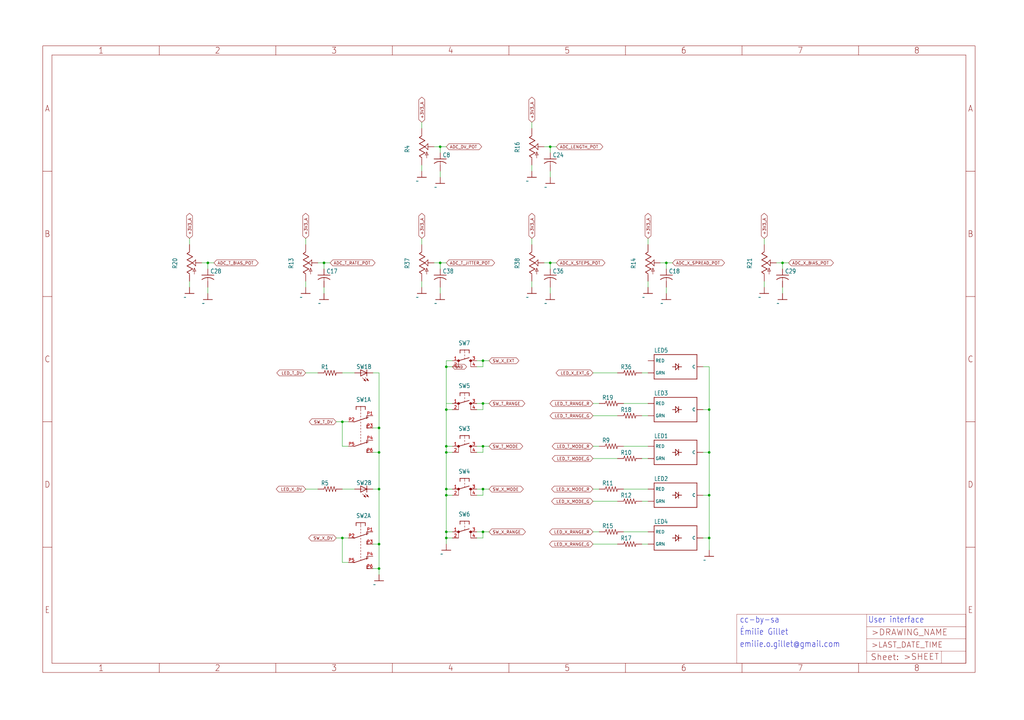
<source format=kicad_sch>
(kicad_sch (version 20211123) (generator eeschema)
  (paper "User" 425.45 299.161)
  (lib_symbols
    (symbol "marbles-eagle-import:A3L-LOC"
      (symbol "A3L-LOC_1_0"
        (polyline (pts (xy 0 52.07) (xy 3.81 52.07)))
        (polyline (pts (xy 0 104.14) (xy 3.81 104.14)))
        (polyline (pts (xy 0 156.21) (xy 3.81 156.21)))
        (polyline (pts (xy 0 208.28) (xy 3.81 208.28)))
        (polyline (pts (xy 3.81 3.81) (xy 3.81 256.54)))
        (polyline (pts (xy 48.4188 0) (xy 48.4188 3.81)))
        (polyline (pts (xy 48.4188 256.54) (xy 48.4188 260.35)))
        (polyline (pts (xy 96.8375 0) (xy 96.8375 3.81)))
        (polyline (pts (xy 96.8375 256.54) (xy 96.8375 260.35)))
        (polyline (pts (xy 145.2563 0) (xy 145.2563 3.81)))
        (polyline (pts (xy 145.2563 256.54) (xy 145.2563 260.35)))
        (polyline (pts (xy 193.675 0) (xy 193.675 3.81)))
        (polyline (pts (xy 193.675 256.54) (xy 193.675 260.35)))
        (polyline (pts (xy 242.0938 0) (xy 242.0938 3.81)))
        (polyline (pts (xy 242.0938 256.54) (xy 242.0938 260.35)))
        (polyline (pts (xy 288.29 3.81) (xy 288.29 24.13)) (stroke (width 0.1016)))
        (polyline (pts (xy 288.29 3.81) (xy 342.265 3.81)) (stroke (width 0.1016)))
        (polyline (pts (xy 288.29 24.13) (xy 342.265 24.13)) (stroke (width 0.1016)))
        (polyline (pts (xy 290.5125 0) (xy 290.5125 3.81)))
        (polyline (pts (xy 290.5125 256.54) (xy 290.5125 260.35)))
        (polyline (pts (xy 338.9313 0) (xy 338.9313 3.81)))
        (polyline (pts (xy 338.9313 256.54) (xy 338.9313 260.35)))
        (polyline (pts (xy 342.265 3.81) (xy 373.38 3.81)) (stroke (width 0.1016)))
        (polyline (pts (xy 342.265 8.89) (xy 342.265 3.81)) (stroke (width 0.1016)))
        (polyline (pts (xy 342.265 8.89) (xy 342.265 13.97)) (stroke (width 0.1016)))
        (polyline (pts (xy 342.265 13.97) (xy 342.265 19.05)) (stroke (width 0.1016)))
        (polyline (pts (xy 342.265 13.97) (xy 383.54 13.97)) (stroke (width 0.1016)))
        (polyline (pts (xy 342.265 19.05) (xy 342.265 24.13)) (stroke (width 0.1016)))
        (polyline (pts (xy 342.265 19.05) (xy 383.54 19.05)) (stroke (width 0.1016)))
        (polyline (pts (xy 342.265 24.13) (xy 383.54 24.13)) (stroke (width 0.1016)))
        (polyline (pts (xy 373.38 3.81) (xy 373.38 8.89)) (stroke (width 0.1016)))
        (polyline (pts (xy 373.38 3.81) (xy 383.54 3.81)) (stroke (width 0.1016)))
        (polyline (pts (xy 373.38 8.89) (xy 342.265 8.89)) (stroke (width 0.1016)))
        (polyline (pts (xy 373.38 8.89) (xy 383.54 8.89)) (stroke (width 0.1016)))
        (polyline (pts (xy 383.54 3.81) (xy 3.81 3.81)))
        (polyline (pts (xy 383.54 3.81) (xy 383.54 8.89)) (stroke (width 0.1016)))
        (polyline (pts (xy 383.54 3.81) (xy 383.54 256.54)))
        (polyline (pts (xy 383.54 8.89) (xy 383.54 13.97)) (stroke (width 0.1016)))
        (polyline (pts (xy 383.54 13.97) (xy 383.54 19.05)) (stroke (width 0.1016)))
        (polyline (pts (xy 383.54 19.05) (xy 383.54 24.13)) (stroke (width 0.1016)))
        (polyline (pts (xy 383.54 52.07) (xy 387.35 52.07)))
        (polyline (pts (xy 383.54 104.14) (xy 387.35 104.14)))
        (polyline (pts (xy 383.54 156.21) (xy 387.35 156.21)))
        (polyline (pts (xy 383.54 208.28) (xy 387.35 208.28)))
        (polyline (pts (xy 383.54 256.54) (xy 3.81 256.54)))
        (polyline (pts (xy 0 0) (xy 387.35 0) (xy 387.35 260.35) (xy 0 260.35) (xy 0 0)))
        (text "1" (at 24.2094 1.905 0) (effects (font (size 2.54 2.286))))
        (text "1" (at 24.2094 258.445 0) (effects (font (size 2.54 2.286))))
        (text "2" (at 72.6281 1.905 0) (effects (font (size 2.54 2.286))))
        (text "2" (at 72.6281 258.445 0) (effects (font (size 2.54 2.286))))
        (text "3" (at 121.0469 1.905 0) (effects (font (size 2.54 2.286))))
        (text "3" (at 121.0469 258.445 0) (effects (font (size 2.54 2.286))))
        (text "4" (at 169.4656 1.905 0) (effects (font (size 2.54 2.286))))
        (text "4" (at 169.4656 258.445 0) (effects (font (size 2.54 2.286))))
        (text "5" (at 217.8844 1.905 0) (effects (font (size 2.54 2.286))))
        (text "5" (at 217.8844 258.445 0) (effects (font (size 2.54 2.286))))
        (text "6" (at 266.3031 1.905 0) (effects (font (size 2.54 2.286))))
        (text "6" (at 266.3031 258.445 0) (effects (font (size 2.54 2.286))))
        (text "7" (at 314.7219 1.905 0) (effects (font (size 2.54 2.286))))
        (text "7" (at 314.7219 258.445 0) (effects (font (size 2.54 2.286))))
        (text "8" (at 363.1406 1.905 0) (effects (font (size 2.54 2.286))))
        (text "8" (at 363.1406 258.445 0) (effects (font (size 2.54 2.286))))
        (text ">DRAWING_NAME" (at 344.17 15.24 0) (effects (font (size 2.54 2.54)) (justify left bottom)))
        (text ">LAST_DATE_TIME" (at 344.17 10.16 0) (effects (font (size 2.286 2.286)) (justify left bottom)))
        (text ">SHEET" (at 357.505 5.08 0) (effects (font (size 2.54 2.54)) (justify left bottom)))
        (text "A" (at 1.905 234.315 0) (effects (font (size 2.54 2.286))))
        (text "A" (at 385.445 234.315 0) (effects (font (size 2.54 2.286))))
        (text "B" (at 1.905 182.245 0) (effects (font (size 2.54 2.286))))
        (text "B" (at 385.445 182.245 0) (effects (font (size 2.54 2.286))))
        (text "C" (at 1.905 130.175 0) (effects (font (size 2.54 2.286))))
        (text "C" (at 385.445 130.175 0) (effects (font (size 2.54 2.286))))
        (text "D" (at 1.905 78.105 0) (effects (font (size 2.54 2.286))))
        (text "D" (at 385.445 78.105 0) (effects (font (size 2.54 2.286))))
        (text "E" (at 1.905 26.035 0) (effects (font (size 2.54 2.286))))
        (text "E" (at 385.445 26.035 0) (effects (font (size 2.54 2.286))))
        (text "Sheet:" (at 343.916 4.953 0) (effects (font (size 2.54 2.54)) (justify left bottom)))
      )
    )
    (symbol "marbles-eagle-import:C-USC0402"
      (property "Reference" "C" (at 1.016 0.635 0))
      (property "Value" "C-USC0402" (at 1.016 -4.191 0))
      (symbol "C-USC0402_1_0"
        (arc (start 0 -1.0161) (mid -1.302 -1.2303) (end -2.4668 -1.8504) (stroke (width 0.254)))
        (polyline (pts (xy -2.54 0) (xy 2.54 0)) (stroke (width 0.254)))
        (polyline (pts (xy 0 -1.016) (xy 0 -2.54)) (stroke (width 0.1524)))
        (arc (start 2.4892 -1.8542) (mid 1.3158 -1.2195) (end 0 -1) (stroke (width 0.254)))
        (pin passive line (at 0 2.54 270) (length 2.54) (name "1") (number "1"))
        (pin passive line (at 0 -5.08 90) (length 2.54) (name "2") (number "2"))
      )
    )
    (symbol "marbles-eagle-import:GND" (power)
      (property "Value" "GND" (at -2.54 -2.54 0))
      (symbol "GND_1_0"
        (polyline (pts (xy -1.905 0) (xy 1.905 0)) (stroke (width 0.254)))
        (pin power_in line (at 0 2.54 270) (length 2.54) (name "GND") (number "1"))
      )
    )
    (symbol "marbles-eagle-import:LED-BICOLOR-THROUGHHOLE2.54"
      (property "Reference" "LED" (at -7.62 5.842 0))
      (property "Value" "LED-BICOLOR-THROUGHHOLE2.54" (at -7.62 -7.62 0))
      (symbol "LED-BICOLOR-THROUGHHOLE2.54_1_0"
        (polyline (pts (xy -7.62 -5.08) (xy -7.62 5.08)) (stroke (width 0.254)))
        (polyline (pts (xy -7.62 5.08) (xy 10.16 5.08)) (stroke (width 0.254)))
        (polyline (pts (xy 1.27 -1.27) (xy 2.54 0)) (stroke (width 0.254)))
        (polyline (pts (xy 1.27 0) (xy 0 0)) (stroke (width 0.254)))
        (polyline (pts (xy 1.27 0) (xy 1.27 -1.27)) (stroke (width 0.254)))
        (polyline (pts (xy 1.27 1.27) (xy 1.27 0)) (stroke (width 0.254)))
        (polyline (pts (xy 2.54 0) (xy 1.27 1.27)) (stroke (width 0.254)))
        (polyline (pts (xy 2.54 0) (xy 2.54 -1.27)) (stroke (width 0.254)))
        (polyline (pts (xy 2.54 0) (xy 3.81 0)) (stroke (width 0.254)))
        (polyline (pts (xy 2.54 1.27) (xy 2.54 0)) (stroke (width 0.254)))
        (polyline (pts (xy 10.16 -5.08) (xy -7.62 -5.08)) (stroke (width 0.254)))
        (polyline (pts (xy 10.16 5.08) (xy 10.16 -5.08)) (stroke (width 0.254)))
        (pin bidirectional line (at -10.16 -2.54 0) (length 2.54) (name "GRN") (number "1"))
        (pin bidirectional line (at 12.7 0 180) (length 2.54) (name "C") (number "2"))
        (pin bidirectional line (at -10.16 2.54 0) (length 2.54) (name "RED") (number "3"))
      )
    )
    (symbol "marbles-eagle-import:LP4OA1PBCT"
      (property "Reference" "SW" (at 3.556 -2.032 90))
      (property "Value" "LP4OA1PBCT" (at 5.715 -2.032 90))
      (symbol "LP4OA1PBCT_1_0"
        (polyline (pts (xy -6.35 -1.905) (xy -5.08 -1.905)) (stroke (width 0.254)))
        (polyline (pts (xy -6.35 0) (xy -6.35 -1.905)) (stroke (width 0.254)))
        (polyline (pts (xy -6.35 0) (xy -4.445 0)) (stroke (width 0.1524)))
        (polyline (pts (xy -6.35 1.905) (xy -6.35 0)) (stroke (width 0.254)))
        (polyline (pts (xy -6.35 1.905) (xy -5.08 1.905)) (stroke (width 0.254)))
        (polyline (pts (xy -3.175 0) (xy -3.81 0)) (stroke (width 0.1524)))
        (polyline (pts (xy -2.54 2.54) (xy -2.54 3.175)) (stroke (width 0.254)))
        (polyline (pts (xy -2.54 2.54) (xy -1.27 2.54)) (stroke (width 0.254)))
        (polyline (pts (xy -1.905 0) (xy -2.54 0)) (stroke (width 0.1524)))
        (polyline (pts (xy -0.889 0) (xy -1.27 0)) (stroke (width 0.1524)))
        (polyline (pts (xy 0 -3.175) (xy 0 -2.54)) (stroke (width 0.254)))
        (polyline (pts (xy 0 -2.54) (xy -1.905 3.175)) (stroke (width 0.254)))
        (polyline (pts (xy 0.635 0) (xy 0 0)) (stroke (width 0.1524)))
        (polyline (pts (xy 1.27 2.54) (xy 2.54 2.54)) (stroke (width 0.254)))
        (polyline (pts (xy 1.905 0) (xy 1.27 0)) (stroke (width 0.1524)))
        (polyline (pts (xy 2.54 2.54) (xy 2.54 3.175)) (stroke (width 0.254)))
        (polyline (pts (xy 3.175 0) (xy 2.54 0)) (stroke (width 0.1524)))
        (polyline (pts (xy 4.445 0) (xy 3.81 0)) (stroke (width 0.1524)))
        (polyline (pts (xy 5.715 0) (xy 5.08 0)) (stroke (width 0.1524)))
        (polyline (pts (xy 6.985 0) (xy 6.35 0)) (stroke (width 0.1524)))
        (polyline (pts (xy 7.62 2.54) (xy 7.62 3.175)) (stroke (width 0.254)))
        (polyline (pts (xy 7.62 2.54) (xy 8.89 2.54)) (stroke (width 0.254)))
        (polyline (pts (xy 8.255 0) (xy 7.62 0)) (stroke (width 0.1524)))
        (polyline (pts (xy 9.271 0) (xy 8.89 0)) (stroke (width 0.1524)))
        (polyline (pts (xy 10.16 -3.175) (xy 10.16 -2.54)) (stroke (width 0.254)))
        (polyline (pts (xy 10.16 -2.54) (xy 8.255 3.175)) (stroke (width 0.254)))
        (polyline (pts (xy 11.43 2.54) (xy 12.7 2.54)) (stroke (width 0.254)))
        (polyline (pts (xy 12.7 2.54) (xy 12.7 3.175)) (stroke (width 0.254)))
        (pin passive line (at -2.54 5.08 270) (length 2.54) (name "A1") (number "P1"))
        (pin passive line (at 0 -5.08 90) (length 2.54) (name "A2") (number "P2"))
        (pin passive line (at 2.54 5.08 270) (length 2.54) (name "A3") (number "P3"))
        (pin passive line (at 7.62 5.08 270) (length 2.54) (name "B1") (number "P4"))
        (pin passive line (at 10.16 -5.08 90) (length 2.54) (name "B2") (number "P5"))
        (pin passive line (at 12.7 5.08 270) (length 2.54) (name "B3") (number "P6"))
      )
      (symbol "LP4OA1PBCT_2_0"
        (polyline (pts (xy -2.032 1.778) (xy -3.429 0.381)) (stroke (width 0.1524)))
        (polyline (pts (xy -1.905 0.635) (xy -3.302 -0.762)) (stroke (width 0.1524)))
        (polyline (pts (xy 0 0) (xy -1.27 0)) (stroke (width 0.254)))
        (polyline (pts (xy 0 0) (xy -1.27 2.54)) (stroke (width 0.254)))
        (polyline (pts (xy 0 2.54) (xy -1.27 2.54)) (stroke (width 0.254)))
        (polyline (pts (xy 0 2.54) (xy 0 0)) (stroke (width 0.1524)))
        (polyline (pts (xy 1.27 0) (xy 0 0)) (stroke (width 0.254)))
        (polyline (pts (xy 1.27 2.54) (xy 0 0)) (stroke (width 0.254)))
        (polyline (pts (xy 1.27 2.54) (xy 0 2.54)) (stroke (width 0.254)))
        (polyline (pts (xy -3.429 0.381) (xy -3.048 1.27) (xy -2.54 0.762)) (fill (type outline)))
        (polyline (pts (xy -3.302 -0.762) (xy -2.921 0.127) (xy -2.413 -0.381)) (fill (type outline)))
        (pin passive line (at 0 5.08 270) (length 2.54) (name "L1") (number "L1"))
        (pin passive line (at 0 -2.54 90) (length 2.54) (name "L2") (number "L2"))
      )
    )
    (symbol "marbles-eagle-import:POT_USVERTICAL_PS"
      (property "Reference" "R" (at -5.08 -2.54 90))
      (property "Value" "POT_USVERTICAL_PS" (at -2.54 -2.54 90))
      (symbol "POT_USVERTICAL_PS_1_0"
        (polyline (pts (xy -1.016 -3.81) (xy 1.27 -2.54)) (stroke (width 0.254)))
        (polyline (pts (xy -1.016 -1.27) (xy 1.27 0)) (stroke (width 0.254)))
        (polyline (pts (xy -1.016 1.27) (xy 1.27 2.54)) (stroke (width 0.254)))
        (polyline (pts (xy -1.016 3.81) (xy 0 4.572)) (stroke (width 0.254)))
        (polyline (pts (xy 0 -5.08) (xy 0 -4.572)) (stroke (width 0.1524)))
        (polyline (pts (xy 0 -4.572) (xy -1.016 -3.81)) (stroke (width 0.254)))
        (polyline (pts (xy 0 4.572) (xy 0 5.08)) (stroke (width 0.1524)))
        (polyline (pts (xy 1.27 -2.54) (xy -1.016 -1.27)) (stroke (width 0.254)))
        (polyline (pts (xy 1.27 0) (xy -1.016 1.27)) (stroke (width 0.254)))
        (polyline (pts (xy 1.27 0) (xy 2.54 1.27)) (stroke (width 0.2032)))
        (polyline (pts (xy 1.27 2.54) (xy -1.016 3.81)) (stroke (width 0.254)))
        (polyline (pts (xy 1.397 -3.429) (xy 2.032 -2.159)) (stroke (width 0.1524)))
        (polyline (pts (xy 2.032 -4.699) (xy 2.032 -2.159)) (stroke (width 0.1524)))
        (polyline (pts (xy 2.032 -2.159) (xy 2.667 -3.429)) (stroke (width 0.1524)))
        (polyline (pts (xy 2.54 -1.27) (xy 1.27 0)) (stroke (width 0.2032)))
        (polyline (pts (xy 2.54 1.27) (xy 2.54 -1.27)) (stroke (width 0.2032)))
        (polyline (pts (xy 2.667 -3.429) (xy 1.397 -3.429)) (stroke (width 0.1524)))
        (pin passive line (at 0 7.62 270) (length 2.54) (name "E") (number "P$1"))
        (pin passive line (at 5.08 0 180) (length 2.54) (name "S") (number "P$2"))
        (pin passive line (at 0 -7.62 90) (length 2.54) (name "A") (number "P$3"))
      )
    )
    (symbol "marbles-eagle-import:R-US_R0402"
      (property "Reference" "R" (at -3.81 1.4986 0))
      (property "Value" "R-US_R0402" (at -3.81 -3.302 0))
      (symbol "R-US_R0402_1_0"
        (polyline (pts (xy -2.54 0) (xy -2.159 1.016)) (stroke (width 0.2032)))
        (polyline (pts (xy -2.159 1.016) (xy -1.524 -1.016)) (stroke (width 0.2032)))
        (polyline (pts (xy -1.524 -1.016) (xy -0.889 1.016)) (stroke (width 0.2032)))
        (polyline (pts (xy -0.889 1.016) (xy -0.254 -1.016)) (stroke (width 0.2032)))
        (polyline (pts (xy -0.254 -1.016) (xy 0.381 1.016)) (stroke (width 0.2032)))
        (polyline (pts (xy 0.381 1.016) (xy 1.016 -1.016)) (stroke (width 0.2032)))
        (polyline (pts (xy 1.016 -1.016) (xy 1.651 1.016)) (stroke (width 0.2032)))
        (polyline (pts (xy 1.651 1.016) (xy 2.286 -1.016)) (stroke (width 0.2032)))
        (polyline (pts (xy 2.286 -1.016) (xy 2.54 0)) (stroke (width 0.2032)))
        (pin passive line (at -5.08 0 0) (length 2.54) (name "1") (number "1"))
        (pin passive line (at 5.08 0 180) (length 2.54) (name "2") (number "2"))
      )
    )
    (symbol "marbles-eagle-import:TAC_SWITCHPTH"
      (property "Reference" "S" (at -2.54 6.35 0))
      (property "Value" "TAC_SWITCHPTH" (at -2.54 -6.35 0))
      (symbol "TAC_SWITCHPTH_1_0"
        (circle (center -2.54 0) (radius 0.127) (stroke (width 0.4064)))
        (polyline (pts (xy -2.54 -2.54) (xy -2.54 0)) (stroke (width 0.1524)))
        (polyline (pts (xy -2.54 0) (xy 1.905 1.27)) (stroke (width 0.254)))
        (polyline (pts (xy -1.905 4.445) (xy -1.905 3.175)) (stroke (width 0.254)))
        (polyline (pts (xy 0 1.27) (xy 0 0.635)) (stroke (width 0.1524)))
        (polyline (pts (xy 0 2.54) (xy 0 1.905)) (stroke (width 0.1524)))
        (polyline (pts (xy 0 4.445) (xy -1.905 4.445)) (stroke (width 0.254)))
        (polyline (pts (xy 0 4.445) (xy 0 3.175)) (stroke (width 0.1524)))
        (polyline (pts (xy 1.905 0) (xy 2.54 0)) (stroke (width 0.254)))
        (polyline (pts (xy 1.905 4.445) (xy 0 4.445)) (stroke (width 0.254)))
        (polyline (pts (xy 1.905 4.445) (xy 1.905 3.175)) (stroke (width 0.254)))
        (polyline (pts (xy 2.54 -2.54) (xy 2.54 0)) (stroke (width 0.1524)))
        (circle (center 2.54 0) (radius 0.127) (stroke (width 0.4064)))
        (pin passive line (at -5.08 0 0) (length 2.54) (name "1") (number "1"))
        (pin passive line (at -5.08 -2.54 0) (length 2.54) (name "2") (number "2"))
        (pin passive line (at 5.08 0 180) (length 2.54) (name "3") (number "3"))
        (pin passive line (at 5.08 -2.54 180) (length 2.54) (name "4") (number "4"))
      )
    )
  )
  (junction (at 294.64 223.52))
  (junction (at 157.48 177.8))
  (junction (at 294.64 170.18))
  (junction (at 200.66 167.64))
  (junction (at 185.42 220.98))
  (junction (at 157.48 187.96))
  (junction (at 142.24 223.52))
  (junction (at 276.86 109.22))
  (junction (at 294.64 205.74))
  (junction (at 185.42 205.74))
  (junction (at 185.42 187.96))
  (junction (at 185.42 170.18))
  (junction (at 325.12 109.22))
  (junction (at 294.64 187.96))
  (junction (at 185.42 185.42))
  (junction (at 86.36 109.22))
  (junction (at 200.66 185.42))
  (junction (at 228.6 109.22))
  (junction (at 200.66 149.86))
  (junction (at 228.6 60.96))
  (junction (at 200.66 203.2))
  (junction (at 185.42 223.52))
  (junction (at 185.42 203.2))
  (junction (at 157.48 226.06))
  (junction (at 182.88 109.22))
  (junction (at 200.66 220.98))
  (junction (at 182.88 60.96))
  (junction (at 157.48 203.2))
  (junction (at 142.24 175.26))
  (junction (at 157.48 236.22))
  (junction (at 185.42 152.4))
  (junction (at 134.62 109.22))
  (wire (pts (xy 157.48 226.06) (xy 157.48 236.22)))
  (wire (pts (xy 127 154.94) (xy 132.08 154.94)))
  (wire (pts (xy 259.08 203.2) (xy 269.24 203.2)))
  (wire (pts (xy 200.66 149.86) (xy 203.2 149.86)))
  (wire (pts (xy 157.48 187.96) (xy 157.48 203.2)))
  (wire (pts (xy 175.26 116.84) (xy 175.26 119.38)))
  (wire (pts (xy 266.7 190.5) (xy 269.24 190.5)))
  (wire (pts (xy 187.96 152.4) (xy 185.42 152.4)))
  (wire (pts (xy 175.26 68.58) (xy 175.26 71.12)))
  (wire (pts (xy 185.42 187.96) (xy 185.42 203.2)))
  (wire (pts (xy 266.7 172.72) (xy 269.24 172.72)))
  (wire (pts (xy 317.5 116.84) (xy 317.5 119.38)))
  (wire (pts (xy 144.78 185.42) (xy 142.24 185.42)))
  (wire (pts (xy 198.12 152.4) (xy 200.66 152.4)))
  (wire (pts (xy 276.86 109.22) (xy 279.4 109.22)))
  (wire (pts (xy 134.62 109.22) (xy 137.16 109.22)))
  (wire (pts (xy 228.6 63.5) (xy 228.6 60.96)))
  (wire (pts (xy 78.74 101.6) (xy 78.74 99.06)))
  (wire (pts (xy 144.78 223.52) (xy 142.24 223.52)))
  (wire (pts (xy 180.34 60.96) (xy 182.88 60.96)))
  (wire (pts (xy 187.96 185.42) (xy 185.42 185.42)))
  (wire (pts (xy 142.24 185.42) (xy 142.24 175.26)))
  (wire (pts (xy 266.7 226.06) (xy 269.24 226.06)))
  (wire (pts (xy 228.6 60.96) (xy 231.14 60.96)))
  (wire (pts (xy 200.66 223.52) (xy 200.66 220.98)))
  (wire (pts (xy 228.6 109.22) (xy 231.14 109.22)))
  (wire (pts (xy 182.88 121.92) (xy 182.88 119.38)))
  (wire (pts (xy 228.6 111.76) (xy 228.6 109.22)))
  (wire (pts (xy 226.06 60.96) (xy 228.6 60.96)))
  (wire (pts (xy 274.32 109.22) (xy 276.86 109.22)))
  (wire (pts (xy 187.96 149.86) (xy 185.42 149.86)))
  (wire (pts (xy 182.88 63.5) (xy 182.88 60.96)))
  (wire (pts (xy 154.94 177.8) (xy 157.48 177.8)))
  (wire (pts (xy 325.12 111.76) (xy 325.12 109.22)))
  (wire (pts (xy 198.12 185.42) (xy 200.66 185.42)))
  (wire (pts (xy 142.24 203.2) (xy 147.32 203.2)))
  (wire (pts (xy 256.54 154.94) (xy 246.38 154.94)))
  (wire (pts (xy 198.12 167.64) (xy 200.66 167.64)))
  (wire (pts (xy 142.24 223.52) (xy 139.7 223.52)))
  (wire (pts (xy 220.98 68.58) (xy 220.98 71.12)))
  (wire (pts (xy 322.58 109.22) (xy 325.12 109.22)))
  (wire (pts (xy 200.66 167.64) (xy 203.2 167.64)))
  (wire (pts (xy 154.94 154.94) (xy 157.48 154.94)))
  (wire (pts (xy 248.92 167.64) (xy 246.38 167.64)))
  (wire (pts (xy 83.82 109.22) (xy 86.36 109.22)))
  (wire (pts (xy 198.12 220.98) (xy 200.66 220.98)))
  (wire (pts (xy 187.96 170.18) (xy 185.42 170.18)))
  (wire (pts (xy 259.08 185.42) (xy 269.24 185.42)))
  (wire (pts (xy 187.96 167.64) (xy 185.42 167.64)))
  (wire (pts (xy 200.66 170.18) (xy 200.66 167.64)))
  (wire (pts (xy 200.66 205.74) (xy 200.66 203.2)))
  (wire (pts (xy 200.66 187.96) (xy 200.66 185.42)))
  (wire (pts (xy 198.12 149.86) (xy 200.66 149.86)))
  (wire (pts (xy 86.36 111.76) (xy 86.36 109.22)))
  (wire (pts (xy 142.24 154.94) (xy 147.32 154.94)))
  (wire (pts (xy 246.38 226.06) (xy 256.54 226.06)))
  (wire (pts (xy 246.38 208.28) (xy 256.54 208.28)))
  (wire (pts (xy 157.48 177.8) (xy 157.48 187.96)))
  (wire (pts (xy 200.66 203.2) (xy 203.2 203.2)))
  (wire (pts (xy 182.88 73.66) (xy 182.88 71.12)))
  (wire (pts (xy 317.5 101.6) (xy 317.5 99.06)))
  (wire (pts (xy 198.12 170.18) (xy 200.66 170.18)))
  (wire (pts (xy 292.1 205.74) (xy 294.64 205.74)))
  (wire (pts (xy 198.12 205.74) (xy 200.66 205.74)))
  (wire (pts (xy 127 101.6) (xy 127 99.06)))
  (wire (pts (xy 325.12 109.22) (xy 327.66 109.22)))
  (wire (pts (xy 185.42 149.86) (xy 185.42 152.4)))
  (wire (pts (xy 276.86 121.92) (xy 276.86 119.38)))
  (wire (pts (xy 266.7 208.28) (xy 269.24 208.28)))
  (wire (pts (xy 127 203.2) (xy 132.08 203.2)))
  (wire (pts (xy 266.7 154.94) (xy 269.24 154.94)))
  (wire (pts (xy 198.12 223.52) (xy 200.66 223.52)))
  (wire (pts (xy 187.96 220.98) (xy 185.42 220.98)))
  (wire (pts (xy 127 116.84) (xy 127 119.38)))
  (wire (pts (xy 200.66 185.42) (xy 203.2 185.42)))
  (wire (pts (xy 292.1 223.52) (xy 294.64 223.52)))
  (wire (pts (xy 154.94 236.22) (xy 157.48 236.22)))
  (wire (pts (xy 259.08 220.98) (xy 269.24 220.98)))
  (wire (pts (xy 294.64 152.4) (xy 294.64 170.18)))
  (wire (pts (xy 132.08 109.22) (xy 134.62 109.22)))
  (wire (pts (xy 144.78 233.68) (xy 142.24 233.68)))
  (wire (pts (xy 182.88 109.22) (xy 185.42 109.22)))
  (wire (pts (xy 157.48 154.94) (xy 157.48 177.8)))
  (wire (pts (xy 185.42 205.74) (xy 185.42 220.98)))
  (wire (pts (xy 200.66 152.4) (xy 200.66 149.86)))
  (wire (pts (xy 157.48 203.2) (xy 157.48 226.06)))
  (wire (pts (xy 134.62 121.92) (xy 134.62 119.38)))
  (wire (pts (xy 246.38 190.5) (xy 256.54 190.5)))
  (wire (pts (xy 259.08 167.64) (xy 269.24 167.64)))
  (wire (pts (xy 185.42 223.52) (xy 185.42 226.06)))
  (wire (pts (xy 187.96 205.74) (xy 185.42 205.74)))
  (wire (pts (xy 175.26 101.6) (xy 175.26 99.06)))
  (wire (pts (xy 185.42 203.2) (xy 185.42 205.74)))
  (wire (pts (xy 154.94 187.96) (xy 157.48 187.96)))
  (wire (pts (xy 276.86 111.76) (xy 276.86 109.22)))
  (wire (pts (xy 198.12 203.2) (xy 200.66 203.2)))
  (wire (pts (xy 142.24 233.68) (xy 142.24 223.52)))
  (wire (pts (xy 294.64 170.18) (xy 294.64 187.96)))
  (wire (pts (xy 226.06 109.22) (xy 228.6 109.22)))
  (wire (pts (xy 228.6 121.92) (xy 228.6 119.38)))
  (wire (pts (xy 154.94 226.06) (xy 157.48 226.06)))
  (wire (pts (xy 185.42 167.64) (xy 185.42 170.18)))
  (wire (pts (xy 200.66 220.98) (xy 203.2 220.98)))
  (wire (pts (xy 248.92 203.2) (xy 246.38 203.2)))
  (wire (pts (xy 292.1 170.18) (xy 294.64 170.18)))
  (wire (pts (xy 78.74 116.84) (xy 78.74 119.38)))
  (wire (pts (xy 185.42 223.52) (xy 187.96 223.52)))
  (wire (pts (xy 292.1 152.4) (xy 294.64 152.4)))
  (wire (pts (xy 220.98 53.34) (xy 220.98 50.8)))
  (wire (pts (xy 294.64 205.74) (xy 294.64 223.52)))
  (wire (pts (xy 185.42 220.98) (xy 185.42 223.52)))
  (wire (pts (xy 86.36 109.22) (xy 88.9 109.22)))
  (wire (pts (xy 269.24 116.84) (xy 269.24 119.38)))
  (wire (pts (xy 144.78 175.26) (xy 142.24 175.26)))
  (wire (pts (xy 185.42 152.4) (xy 185.42 167.64)))
  (wire (pts (xy 180.34 109.22) (xy 182.88 109.22)))
  (wire (pts (xy 248.92 185.42) (xy 246.38 185.42)))
  (wire (pts (xy 86.36 121.92) (xy 86.36 119.38)))
  (wire (pts (xy 185.42 187.96) (xy 187.96 187.96)))
  (wire (pts (xy 185.42 185.42) (xy 185.42 187.96)))
  (wire (pts (xy 269.24 101.6) (xy 269.24 99.06)))
  (wire (pts (xy 175.26 53.34) (xy 175.26 50.8)))
  (wire (pts (xy 182.88 111.76) (xy 182.88 109.22)))
  (wire (pts (xy 185.42 170.18) (xy 185.42 185.42)))
  (wire (pts (xy 294.64 228.6) (xy 294.64 223.52)))
  (wire (pts (xy 157.48 236.22) (xy 157.48 238.76)))
  (wire (pts (xy 220.98 116.84) (xy 220.98 119.38)))
  (wire (pts (xy 187.96 203.2) (xy 185.42 203.2)))
  (wire (pts (xy 220.98 101.6) (xy 220.98 99.06)))
  (wire (pts (xy 325.12 121.92) (xy 325.12 119.38)))
  (wire (pts (xy 246.38 172.72) (xy 256.54 172.72)))
  (wire (pts (xy 248.92 220.98) (xy 246.38 220.98)))
  (wire (pts (xy 228.6 73.66) (xy 228.6 71.12)))
  (wire (pts (xy 292.1 187.96) (xy 294.64 187.96)))
  (wire (pts (xy 294.64 205.74) (xy 294.64 187.96)))
  (wire (pts (xy 182.88 60.96) (xy 185.42 60.96)))
  (wire (pts (xy 142.24 175.26) (xy 139.7 175.26)))
  (wire (pts (xy 198.12 187.96) (xy 200.66 187.96)))
  (wire (pts (xy 134.62 111.76) (xy 134.62 109.22)))
  (wire (pts (xy 154.94 203.2) (xy 157.48 203.2)))
  (text "emilie.o.gillet@gmail.com" (at 307.34 269.24 180) (effects (font (size 2.54 2.159)) (justify left bottom)))
  (text "Émilie Gillet" (at 307.34 264.16 180) (effects (font (size 2.54 2.159)) (justify left bottom)))
  (text "User interface" (at 360.68 259.08 180) (effects (font (size 2.54 2.159)) (justify left bottom)))
  (text "cc-by-sa" (at 307.34 259.08 180) (effects (font (size 2.54 2.159)) (justify left bottom)))
  (global_label "LED_X_MODE_R" (shape bidirectional) (at 246.38 203.2 180) (effects (font (size 1.2446 1.2446))) (property "Intersheet References" "${INTERSHEET_REFS}" (effects hide)))
  (global_label "SW_T_DV" (shape bidirectional) (at 139.7 175.26 180) (effects (font (size 1.2446 1.2446))) (property "Intersheet References" "${INTERSHEET_REFS}" (effects hide)))
  (global_label "LED_X_RANGE_G" (shape bidirectional) (at 246.38 226.06 180) (effects (font (size 1.2446 1.2446))) (property "Intersheet References" "${INTERSHEET_REFS}" (effects hide)))
  (global_label "GND" (shape bidirectional) (at 187.96 152.4 0) (effects (font (size 1.016 1.016))) (property "Intersheet References" "${INTERSHEET_REFS}" (effects hide)))
  (global_label "LED_T_RANGE_G" (shape bidirectional) (at 246.38 172.72 180) (effects (font (size 1.2446 1.2446))) (property "Intersheet References" "${INTERSHEET_REFS}" (effects hide)))
  (global_label "ADC_DV_POT" (shape bidirectional) (at 185.42 60.96 0) (effects (font (size 1.2446 1.2446))) (property "Intersheet References" "${INTERSHEET_REFS}" (effects hide)))
  (global_label "+3V3_A" (shape bidirectional) (at 269.24 99.06 90) (effects (font (size 1.2446 1.2446))) (property "Intersheet References" "${INTERSHEET_REFS}" (effects hide)))
  (global_label "LED_X_EXT_G" (shape bidirectional) (at 246.38 154.94 180) (effects (font (size 1.2446 1.2446))) (property "Intersheet References" "${INTERSHEET_REFS}" (effects hide)))
  (global_label "+3V3_A" (shape bidirectional) (at 127 99.06 90) (effects (font (size 1.2446 1.2446))) (property "Intersheet References" "${INTERSHEET_REFS}" (effects hide)))
  (global_label "SW_X_MODE" (shape bidirectional) (at 203.2 203.2 0) (effects (font (size 1.2446 1.2446))) (property "Intersheet References" "${INTERSHEET_REFS}" (effects hide)))
  (global_label "LED_X_DV" (shape bidirectional) (at 127 203.2 180) (effects (font (size 1.2446 1.2446))) (property "Intersheet References" "${INTERSHEET_REFS}" (effects hide)))
  (global_label "LED_X_RANGE_R" (shape bidirectional) (at 246.38 220.98 180) (effects (font (size 1.2446 1.2446))) (property "Intersheet References" "${INTERSHEET_REFS}" (effects hide)))
  (global_label "SW_T_MODE" (shape bidirectional) (at 203.2 185.42 0) (effects (font (size 1.2446 1.2446))) (property "Intersheet References" "${INTERSHEET_REFS}" (effects hide)))
  (global_label "ADC_T_BIAS_POT" (shape bidirectional) (at 88.9 109.22 0) (effects (font (size 1.2446 1.2446))) (property "Intersheet References" "${INTERSHEET_REFS}" (effects hide)))
  (global_label "LED_T_MODE_G" (shape bidirectional) (at 246.38 190.5 180) (effects (font (size 1.2446 1.2446))) (property "Intersheet References" "${INTERSHEET_REFS}" (effects hide)))
  (global_label "LED_T_RANGE_R" (shape bidirectional) (at 246.38 167.64 180) (effects (font (size 1.2446 1.2446))) (property "Intersheet References" "${INTERSHEET_REFS}" (effects hide)))
  (global_label "LED_T_DV" (shape bidirectional) (at 127 154.94 180) (effects (font (size 1.2446 1.2446))) (property "Intersheet References" "${INTERSHEET_REFS}" (effects hide)))
  (global_label "SW_X_RANGE" (shape bidirectional) (at 203.2 220.98 0) (effects (font (size 1.2446 1.2446))) (property "Intersheet References" "${INTERSHEET_REFS}" (effects hide)))
  (global_label "SW_X_EXT" (shape bidirectional) (at 203.2 149.86 0) (effects (font (size 1.2446 1.2446))) (property "Intersheet References" "${INTERSHEET_REFS}" (effects hide)))
  (global_label "LED_X_MODE_G" (shape bidirectional) (at 246.38 208.28 180) (effects (font (size 1.2446 1.2446))) (property "Intersheet References" "${INTERSHEET_REFS}" (effects hide)))
  (global_label "+3V3_A" (shape bidirectional) (at 220.98 99.06 90) (effects (font (size 1.2446 1.2446))) (property "Intersheet References" "${INTERSHEET_REFS}" (effects hide)))
  (global_label "+3V3_A" (shape bidirectional) (at 317.5 99.06 90) (effects (font (size 1.2446 1.2446))) (property "Intersheet References" "${INTERSHEET_REFS}" (effects hide)))
  (global_label "+3V3_A" (shape bidirectional) (at 78.74 99.06 90) (effects (font (size 1.2446 1.2446))) (property "Intersheet References" "${INTERSHEET_REFS}" (effects hide)))
  (global_label "+3V3_A" (shape bidirectional) (at 220.98 50.8 90) (effects (font (size 1.2446 1.2446))) (property "Intersheet References" "${INTERSHEET_REFS}" (effects hide)))
  (global_label "ADC_LENGTH_POT" (shape bidirectional) (at 231.14 60.96 0) (effects (font (size 1.2446 1.2446))) (property "Intersheet References" "${INTERSHEET_REFS}" (effects hide)))
  (global_label "ADC_X_STEPS_POT" (shape bidirectional) (at 231.14 109.22 0) (effects (font (size 1.2446 1.2446))) (property "Intersheet References" "${INTERSHEET_REFS}" (effects hide)))
  (global_label "SW_X_DV" (shape bidirectional) (at 139.7 223.52 180) (effects (font (size 1.2446 1.2446))) (property "Intersheet References" "${INTERSHEET_REFS}" (effects hide)))
  (global_label "SW_T_RANGE" (shape bidirectional) (at 203.2 167.64 0) (effects (font (size 1.2446 1.2446))) (property "Intersheet References" "${INTERSHEET_REFS}" (effects hide)))
  (global_label "ADC_X_BIAS_POT" (shape bidirectional) (at 327.66 109.22 0) (effects (font (size 1.2446 1.2446))) (property "Intersheet References" "${INTERSHEET_REFS}" (effects hide)))
  (global_label "ADC_X_SPREAD_POT" (shape bidirectional) (at 279.4 109.22 0) (effects (font (size 1.2446 1.2446))) (property "Intersheet References" "${INTERSHEET_REFS}" (effects hide)))
  (global_label "+3V3_A" (shape bidirectional) (at 175.26 50.8 90) (effects (font (size 1.2446 1.2446))) (property "Intersheet References" "${INTERSHEET_REFS}" (effects hide)))
  (global_label "LED_T_MODE_R" (shape bidirectional) (at 246.38 185.42 180) (effects (font (size 1.2446 1.2446))) (property "Intersheet References" "${INTERSHEET_REFS}" (effects hide)))
  (global_label "+3V3_A" (shape bidirectional) (at 175.26 99.06 90) (effects (font (size 1.2446 1.2446))) (property "Intersheet References" "${INTERSHEET_REFS}" (effects hide)))
  (global_label "ADC_T_JITTER_POT" (shape bidirectional) (at 185.42 109.22 0) (effects (font (size 1.2446 1.2446))) (property "Intersheet References" "${INTERSHEET_REFS}" (effects hide)))
  (global_label "ADC_T_RATE_POT" (shape bidirectional) (at 137.16 109.22 0) (effects (font (size 1.2446 1.2446))) (property "Intersheet References" "${INTERSHEET_REFS}" (effects hide)))
  (symbol (lib_id "marbles-eagle-import:R-US_R0402") (at 137.16 154.94 0) (unit 1)
    (property "Reference" "R1" (at 133.35 153.4414 0) (effects (font (size 1.778 1.5113)) (justify left bottom)))
  )
  (symbol (lib_id "marbles-eagle-import:R-US_R0402") (at 254 185.42 0) (unit 1)
    (property "Reference" "R9" (at 250.19 183.9214 0) (effects (font (size 1.778 1.5113)) (justify left bottom)))
  )
  (symbol (lib_id "marbles-eagle-import:R-US_R0402") (at 254 220.98 0) (unit 1)
    (property "Reference" "R15" (at 250.19 219.4814 0) (effects (font (size 1.778 1.5113)) (justify left bottom)))
  )
  (symbol (lib_id "marbles-eagle-import:POT_USVERTICAL_PS") (at 127 109.22 0) (unit 1)
    (property "Reference" "R13" (at 121.92 111.76 90) (effects (font (size 1.778 1.5113)) (justify left bottom)))
  )
  (symbol (lib_id "marbles-eagle-import:C-USC0402") (at 86.36 114.3 0) (unit 1)
    (property "Reference" "C28" (at 87.376 113.665 0) (effects (font (size 1.778 1.5113)) (justify left bottom)))
  )
  (symbol (lib_id "marbles-eagle-import:POT_USVERTICAL_PS") (at 78.74 109.22 0) (unit 1)
    (property "Reference" "R20" (at 73.66 111.76 90) (effects (font (size 1.778 1.5113)) (justify left bottom)))
  )
  (symbol (lib_id "marbles-eagle-import:R-US_R0402") (at 261.62 226.06 0) (unit 1)
    (property "Reference" "R17" (at 257.81 224.5614 0) (effects (font (size 1.778 1.5113)) (justify left bottom)))
  )
  (symbol (lib_id "marbles-eagle-import:GND") (at 228.6 124.46 0) (unit 1)
    (property "Reference" "#GND75" (effects hide))
  )
  (symbol (lib_id "marbles-eagle-import:C-USC0402") (at 325.12 114.3 0) (unit 1)
    (property "Reference" "C29" (at 326.136 113.665 0) (effects (font (size 1.778 1.5113)) (justify left bottom)))
  )
  (symbol (lib_id "marbles-eagle-import:LED-BICOLOR-THROUGHHOLE2.54") (at 279.4 152.4 0) (unit 1)
    (property "Reference" "LED5" (at 271.78 146.558 0) (effects (font (size 1.778 1.5113)) (justify left bottom)))
  )
  (symbol (lib_id "marbles-eagle-import:GND") (at 157.48 241.3 0) (unit 1)
    (property "Reference" "#GND83" (effects hide))
  )
  (symbol (lib_id "marbles-eagle-import:GND") (at 86.36 124.46 0) (unit 1)
    (property "Reference" "#GND66" (effects hide))
  )
  (symbol (lib_id "marbles-eagle-import:R-US_R0402") (at 261.62 208.28 0) (unit 1)
    (property "Reference" "R12" (at 257.81 206.7814 0) (effects (font (size 1.778 1.5113)) (justify left bottom)))
  )
  (symbol (lib_id "marbles-eagle-import:TAC_SWITCHPTH") (at 193.04 203.2 0) (unit 1)
    (property "Reference" "SW4" (at 190.5 196.85 0) (effects (font (size 1.778 1.5113)) (justify left bottom)))
  )
  (symbol (lib_id "marbles-eagle-import:R-US_R0402") (at 254 203.2 0) (unit 1)
    (property "Reference" "R11" (at 250.19 201.7014 0) (effects (font (size 1.778 1.5113)) (justify left bottom)))
  )
  (symbol (lib_id "marbles-eagle-import:TAC_SWITCHPTH") (at 193.04 149.86 0) (unit 1)
    (property "Reference" "SW7" (at 190.5 143.51 0) (effects (font (size 1.778 1.5113)) (justify left bottom)))
  )
  (symbol (lib_id "marbles-eagle-import:POT_USVERTICAL_PS") (at 220.98 109.22 0) (unit 1)
    (property "Reference" "R38" (at 215.9 111.76 90) (effects (font (size 1.778 1.5113)) (justify left bottom)))
  )
  (symbol (lib_id "marbles-eagle-import:GND") (at 182.88 76.2 0) (unit 1)
    (property "Reference" "#GND63" (effects hide))
  )
  (symbol (lib_id "marbles-eagle-import:GND") (at 127 121.92 0) (unit 1)
    (property "Reference" "#GND49" (effects hide))
  )
  (symbol (lib_id "marbles-eagle-import:POT_USVERTICAL_PS") (at 220.98 60.96 0) (unit 1)
    (property "Reference" "R16" (at 215.9 63.5 90) (effects (font (size 1.778 1.5113)) (justify left bottom)))
  )
  (symbol (lib_id "marbles-eagle-import:GND") (at 325.12 124.46 0) (unit 1)
    (property "Reference" "#GND77" (effects hide))
  )
  (symbol (lib_id "marbles-eagle-import:POT_USVERTICAL_PS") (at 175.26 109.22 0) (unit 1)
    (property "Reference" "R37" (at 170.18 111.76 90) (effects (font (size 1.778 1.5113)) (justify left bottom)))
  )
  (symbol (lib_id "marbles-eagle-import:C-USC0402") (at 276.86 114.3 0) (unit 1)
    (property "Reference" "C18" (at 277.876 113.665 0) (effects (font (size 1.778 1.5113)) (justify left bottom)))
  )
  (symbol (lib_id "marbles-eagle-import:A3L-LOC") (at 17.78 279.4 0) (unit 1)
    (property "Reference" "#FRAME4" (effects hide))
  )
  (symbol (lib_id "marbles-eagle-import:GND") (at 276.86 124.46 0) (unit 1)
    (property "Reference" "#GND76" (effects hide))
  )
  (symbol (lib_id "marbles-eagle-import:GND") (at 228.6 76.2 0) (unit 1)
    (property "Reference" "#GND64" (effects hide))
  )
  (symbol (lib_id "marbles-eagle-import:LED-BICOLOR-THROUGHHOLE2.54") (at 279.4 187.96 0) (unit 1)
    (property "Reference" "LED1" (at 271.78 182.118 0) (effects (font (size 1.778 1.5113)) (justify left bottom)))
  )
  (symbol (lib_id "marbles-eagle-import:GND") (at 185.42 228.6 0) (unit 1)
    (property "Reference" "#GND15" (effects hide))
  )
  (symbol (lib_id "marbles-eagle-import:GND") (at 182.88 124.46 0) (unit 1)
    (property "Reference" "#GND74" (effects hide))
  )
  (symbol (lib_id "marbles-eagle-import:GND") (at 175.26 73.66 0) (unit 1)
    (property "Reference" "#GND10" (effects hide))
  )
  (symbol (lib_id "marbles-eagle-import:R-US_R0402") (at 261.62 172.72 0) (unit 1)
    (property "Reference" "R18" (at 257.81 171.2214 0) (effects (font (size 1.778 1.5113)) (justify left bottom)))
  )
  (symbol (lib_id "marbles-eagle-import:LP4OA1PBCT") (at 149.86 175.26 270) (unit 1)
    (property "Reference" "SW1" (at 147.955 167.005 90) (effects (font (size 1.778 1.5113)) (justify left bottom)))
  )
  (symbol (lib_id "marbles-eagle-import:POT_USVERTICAL_PS") (at 269.24 109.22 0) (unit 1)
    (property "Reference" "R14" (at 264.16 111.76 90) (effects (font (size 1.778 1.5113)) (justify left bottom)))
  )
  (symbol (lib_id "marbles-eagle-import:POT_USVERTICAL_PS") (at 175.26 60.96 0) (unit 1)
    (property "Reference" "R4" (at 170.18 63.5 90) (effects (font (size 1.778 1.5113)) (justify left bottom)))
  )
  (symbol (lib_id "marbles-eagle-import:GND") (at 134.62 124.46 0) (unit 1)
    (property "Reference" "#GND73" (effects hide))
  )
  (symbol (lib_id "marbles-eagle-import:TAC_SWITCHPTH") (at 193.04 167.64 0) (unit 1)
    (property "Reference" "SW5" (at 190.5 161.29 0) (effects (font (size 1.778 1.5113)) (justify left bottom)))
  )
  (symbol (lib_id "marbles-eagle-import:GND") (at 175.26 121.92 0) (unit 1)
    (property "Reference" "#GND1" (effects hide))
  )
  (symbol (lib_id "marbles-eagle-import:GND") (at 220.98 73.66 0) (unit 1)
    (property "Reference" "#GND12" (effects hide))
  )
  (symbol (lib_id "marbles-eagle-import:R-US_R0402") (at 261.62 154.94 0) (unit 1)
    (property "Reference" "R36" (at 257.81 153.4414 0) (effects (font (size 1.778 1.5113)) (justify left bottom)))
  )
  (symbol (lib_id "marbles-eagle-import:LED-BICOLOR-THROUGHHOLE2.54") (at 279.4 170.18 0) (unit 1)
    (property "Reference" "LED3" (at 271.78 164.338 0) (effects (font (size 1.778 1.5113)) (justify left bottom)))
  )
  (symbol (lib_id "marbles-eagle-import:C-USC0402") (at 182.88 114.3 0) (unit 1)
    (property "Reference" "C38" (at 183.896 113.665 0) (effects (font (size 1.778 1.5113)) (justify left bottom)))
  )
  (symbol (lib_id "marbles-eagle-import:LP4OA1PBCT") (at 149.86 223.52 270) (unit 1)
    (property "Reference" "SW2" (at 147.955 215.265 90) (effects (font (size 1.778 1.5113)) (justify left bottom)))
  )
  (symbol (lib_id "marbles-eagle-import:LED-BICOLOR-THROUGHHOLE2.54") (at 279.4 205.74 0) (unit 1)
    (property "Reference" "LED2" (at 271.78 199.898 0) (effects (font (size 1.778 1.5113)) (justify left bottom)))
  )
  (symbol (lib_id "marbles-eagle-import:GND") (at 317.5 121.92 0) (unit 1)
    (property "Reference" "#GND11" (effects hide))
  )
  (symbol (lib_id "marbles-eagle-import:R-US_R0402") (at 137.16 203.2 0) (unit 1)
    (property "Reference" "R5" (at 133.35 201.7014 0) (effects (font (size 1.778 1.5113)) (justify left bottom)))
  )
  (symbol (lib_id "marbles-eagle-import:LP4OA1PBCT") (at 152.4 203.2 90) (unit 2)
    (property "Reference" "SW2" (at 154.432 199.644 90) (effects (font (size 1.778 1.5113)) (justify left bottom)))
  )
  (symbol (lib_id "marbles-eagle-import:C-USC0402") (at 228.6 66.04 0) (unit 1)
    (property "Reference" "C24" (at 229.616 65.405 0) (effects (font (size 1.778 1.5113)) (justify left bottom)))
  )
  (symbol (lib_id "marbles-eagle-import:R-US_R0402") (at 261.62 190.5 0) (unit 1)
    (property "Reference" "R10" (at 257.81 189.0014 0) (effects (font (size 1.778 1.5113)) (justify left bottom)))
  )
  (symbol (lib_id "marbles-eagle-import:TAC_SWITCHPTH") (at 193.04 185.42 0) (unit 1)
    (property "Reference" "SW3" (at 190.5 179.07 0) (effects (font (size 1.778 1.5113)) (justify left bottom)))
  )
  (symbol (lib_id "marbles-eagle-import:GND") (at 220.98 121.92 0) (unit 1)
    (property "Reference" "#GND2" (effects hide))
  )
  (symbol (lib_id "marbles-eagle-import:C-USC0402") (at 228.6 114.3 0) (unit 1)
    (property "Reference" "C36" (at 229.616 113.665 0) (effects (font (size 1.778 1.5113)) (justify left bottom)))
  )
  (symbol (lib_id "marbles-eagle-import:C-USC0402") (at 182.88 66.04 0) (unit 1)
    (property "Reference" "C8" (at 183.896 65.405 0) (effects (font (size 1.778 1.5113)) (justify left bottom)))
  )
  (symbol (lib_id "marbles-eagle-import:C-USC0402") (at 134.62 114.3 0) (unit 1)
    (property "Reference" "C17" (at 135.636 113.665 0) (effects (font (size 1.778 1.5113)) (justify left bottom)))
  )
  (symbol (lib_id "marbles-eagle-import:LED-BICOLOR-THROUGHHOLE2.54") (at 279.4 223.52 0) (unit 1)
    (property "Reference" "LED4" (at 271.78 217.678 0) (effects (font (size 1.778 1.5113)) (justify left bottom)))
  )
  (symbol (lib_id "marbles-eagle-import:LP4OA1PBCT") (at 152.4 154.94 90) (unit 2)
    (property "Reference" "SW1" (at 154.432 151.384 90) (effects (font (size 1.778 1.5113)) (justify left bottom)))
  )
  (symbol (lib_id "marbles-eagle-import:POT_USVERTICAL_PS") (at 317.5 109.22 0) (unit 1)
    (property "Reference" "R21" (at 312.42 111.76 90) (effects (font (size 1.778 1.5113)) (justify left bottom)))
  )
  (symbol (lib_id "marbles-eagle-import:R-US_R0402") (at 254 167.64 0) (unit 1)
    (property "Reference" "R19" (at 250.19 166.1414 0) (effects (font (size 1.778 1.5113)) (justify left bottom)))
  )
  (symbol (lib_id "marbles-eagle-import:GND") (at 294.64 231.14 0) (unit 1)
    (property "Reference" "#GND62" (effects hide))
  )
  (symbol (lib_id "marbles-eagle-import:GND") (at 78.74 121.92 0) (unit 1)
    (property "Reference" "#GND14" (effects hide))
  )
  (symbol (lib_id "marbles-eagle-import:GND") (at 269.24 121.92 0) (unit 1)
    (property "Reference" "#GND7" (effects hide))
  )
  (symbol (lib_id "marbles-eagle-import:TAC_SWITCHPTH") (at 193.04 220.98 0) (unit 1)
    (property "Reference" "SW6" (at 190.5 214.63 0) (effects (font (size 1.778 1.5113)) (justify left bottom)))
  )
)
</source>
